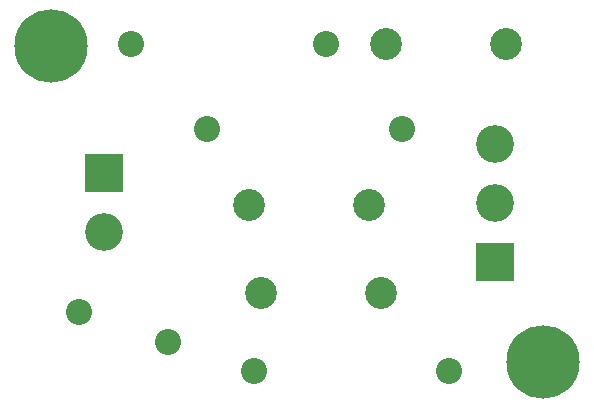
<source format=gbs>
G04*
G04 #@! TF.GenerationSoftware,Altium Limited,Altium Designer,19.1.8 (144)*
G04*
G04 Layer_Color=16711935*
%FSLAX24Y24*%
%MOIN*%
G70*
G01*
G75*
%ADD18C,0.1261*%
%ADD19R,0.1261X0.1261*%
%ADD20C,0.1064*%
%ADD21C,0.2442*%
%ADD22C,0.0867*%
D18*
X3435Y5079D02*
D03*
X16457Y6024D02*
D03*
Y7992D02*
D03*
D19*
X3435Y7047D02*
D03*
X16457Y4055D02*
D03*
D20*
X8669Y3031D02*
D03*
X12669D02*
D03*
X12835Y11339D02*
D03*
X16835D02*
D03*
X12268Y5984D02*
D03*
X8268D02*
D03*
D21*
X18071Y748D02*
D03*
X1654Y11260D02*
D03*
D22*
X2598Y2402D02*
D03*
X5551Y1417D02*
D03*
X4331Y11339D02*
D03*
X10831D02*
D03*
X8421Y433D02*
D03*
X14921D02*
D03*
X6846Y8504D02*
D03*
X13346D02*
D03*
M02*

</source>
